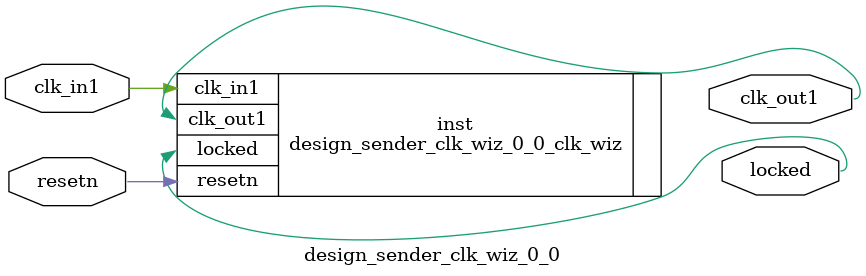
<source format=v>


`timescale 1ps/1ps

(* CORE_GENERATION_INFO = "design_sender_clk_wiz_0_0,clk_wiz_v6_0_2_0_0,{component_name=design_sender_clk_wiz_0_0,use_phase_alignment=true,use_min_o_jitter=false,use_max_i_jitter=false,use_dyn_phase_shift=false,use_inclk_switchover=false,use_dyn_reconfig=false,enable_axi=0,feedback_source=FDBK_AUTO,PRIMITIVE=MMCM,num_out_clk=1,clkin1_period=20.000,clkin2_period=10.0,use_power_down=false,use_reset=true,use_locked=true,use_inclk_stopped=false,feedback_type=SINGLE,CLOCK_MGR_TYPE=NA,manual_override=false}" *)

module design_sender_clk_wiz_0_0 
 (
  // Clock out ports
  output        clk_out1,
  // Status and control signals
  input         resetn,
  output        locked,
 // Clock in ports
  input         clk_in1
 );

  design_sender_clk_wiz_0_0_clk_wiz inst
  (
  // Clock out ports  
  .clk_out1(clk_out1),
  // Status and control signals               
  .resetn(resetn), 
  .locked(locked),
 // Clock in ports
  .clk_in1(clk_in1)
  );

endmodule

</source>
